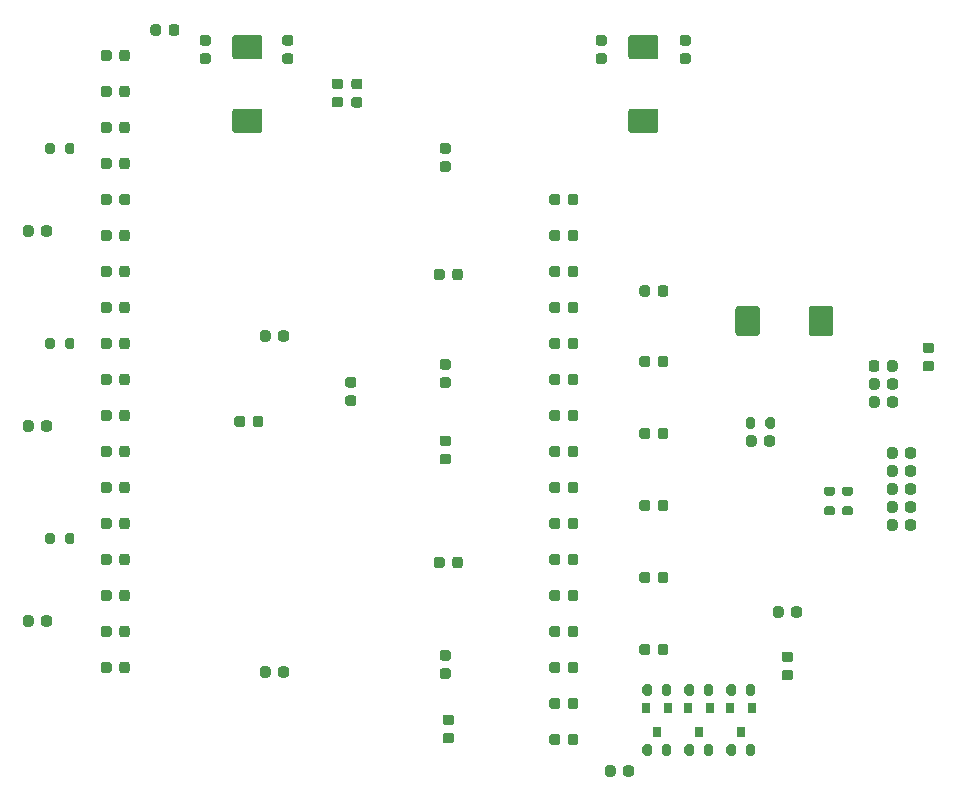
<source format=gbr>
%TF.GenerationSoftware,KiCad,Pcbnew,(5.1.10)-1*%
%TF.CreationDate,2023-08-16T19:47:32-05:00*%
%TF.ProjectId,brs_flight_computer,6272735f-666c-4696-9768-745f636f6d70,rev?*%
%TF.SameCoordinates,Original*%
%TF.FileFunction,Paste,Bot*%
%TF.FilePolarity,Positive*%
%FSLAX46Y46*%
G04 Gerber Fmt 4.6, Leading zero omitted, Abs format (unit mm)*
G04 Created by KiCad (PCBNEW (5.1.10)-1) date 2023-08-16 19:47:32*
%MOMM*%
%LPD*%
G01*
G04 APERTURE LIST*
%ADD10R,0.800000X0.900000*%
G04 APERTURE END LIST*
%TO.C,C29*%
G36*
G01*
X116403000Y-126742000D02*
X116403000Y-126242000D01*
G75*
G02*
X116628000Y-126017000I225000J0D01*
G01*
X117078000Y-126017000D01*
G75*
G02*
X117303000Y-126242000I0J-225000D01*
G01*
X117303000Y-126742000D01*
G75*
G02*
X117078000Y-126967000I-225000J0D01*
G01*
X116628000Y-126967000D01*
G75*
G02*
X116403000Y-126742000I0J225000D01*
G01*
G37*
G36*
G01*
X114853000Y-126742000D02*
X114853000Y-126242000D01*
G75*
G02*
X115078000Y-126017000I225000J0D01*
G01*
X115528000Y-126017000D01*
G75*
G02*
X115753000Y-126242000I0J-225000D01*
G01*
X115753000Y-126742000D01*
G75*
G02*
X115528000Y-126967000I-225000J0D01*
G01*
X115078000Y-126967000D01*
G75*
G02*
X114853000Y-126742000I0J225000D01*
G01*
G37*
%TD*%
%TO.C,C28*%
G36*
G01*
X116403000Y-93722000D02*
X116403000Y-93222000D01*
G75*
G02*
X116628000Y-92997000I225000J0D01*
G01*
X117078000Y-92997000D01*
G75*
G02*
X117303000Y-93222000I0J-225000D01*
G01*
X117303000Y-93722000D01*
G75*
G02*
X117078000Y-93947000I-225000J0D01*
G01*
X116628000Y-93947000D01*
G75*
G02*
X116403000Y-93722000I0J225000D01*
G01*
G37*
G36*
G01*
X114853000Y-93722000D02*
X114853000Y-93222000D01*
G75*
G02*
X115078000Y-92997000I225000J0D01*
G01*
X115528000Y-92997000D01*
G75*
G02*
X115753000Y-93222000I0J-225000D01*
G01*
X115753000Y-93722000D01*
G75*
G02*
X115528000Y-93947000I-225000J0D01*
G01*
X115078000Y-93947000D01*
G75*
G02*
X114853000Y-93722000I0J225000D01*
G01*
G37*
%TD*%
%TO.C,C17*%
G36*
G01*
X116403000Y-110232000D02*
X116403000Y-109732000D01*
G75*
G02*
X116628000Y-109507000I225000J0D01*
G01*
X117078000Y-109507000D01*
G75*
G02*
X117303000Y-109732000I0J-225000D01*
G01*
X117303000Y-110232000D01*
G75*
G02*
X117078000Y-110457000I-225000J0D01*
G01*
X116628000Y-110457000D01*
G75*
G02*
X116403000Y-110232000I0J225000D01*
G01*
G37*
G36*
G01*
X114853000Y-110232000D02*
X114853000Y-109732000D01*
G75*
G02*
X115078000Y-109507000I225000J0D01*
G01*
X115528000Y-109507000D01*
G75*
G02*
X115753000Y-109732000I0J-225000D01*
G01*
X115753000Y-110232000D01*
G75*
G02*
X115528000Y-110457000I-225000J0D01*
G01*
X115078000Y-110457000D01*
G75*
G02*
X114853000Y-110232000I0J225000D01*
G01*
G37*
%TD*%
%TO.C,R80*%
G36*
G01*
X168954000Y-137689000D02*
X168954000Y-137139000D01*
G75*
G02*
X169154000Y-136939000I200000J0D01*
G01*
X169554000Y-136939000D01*
G75*
G02*
X169754000Y-137139000I0J-200000D01*
G01*
X169754000Y-137689000D01*
G75*
G02*
X169554000Y-137889000I-200000J0D01*
G01*
X169154000Y-137889000D01*
G75*
G02*
X168954000Y-137689000I0J200000D01*
G01*
G37*
G36*
G01*
X167304000Y-137689000D02*
X167304000Y-137139000D01*
G75*
G02*
X167504000Y-136939000I200000J0D01*
G01*
X167904000Y-136939000D01*
G75*
G02*
X168104000Y-137139000I0J-200000D01*
G01*
X168104000Y-137689000D01*
G75*
G02*
X167904000Y-137889000I-200000J0D01*
G01*
X167504000Y-137889000D01*
G75*
G02*
X167304000Y-137689000I0J200000D01*
G01*
G37*
%TD*%
%TO.C,R78*%
G36*
G01*
X168104000Y-132059000D02*
X168104000Y-132609000D01*
G75*
G02*
X167904000Y-132809000I-200000J0D01*
G01*
X167504000Y-132809000D01*
G75*
G02*
X167304000Y-132609000I0J200000D01*
G01*
X167304000Y-132059000D01*
G75*
G02*
X167504000Y-131859000I200000J0D01*
G01*
X167904000Y-131859000D01*
G75*
G02*
X168104000Y-132059000I0J-200000D01*
G01*
G37*
G36*
G01*
X169754000Y-132059000D02*
X169754000Y-132609000D01*
G75*
G02*
X169554000Y-132809000I-200000J0D01*
G01*
X169154000Y-132809000D01*
G75*
G02*
X168954000Y-132609000I0J200000D01*
G01*
X168954000Y-132059000D01*
G75*
G02*
X169154000Y-131859000I200000J0D01*
G01*
X169554000Y-131859000D01*
G75*
G02*
X169754000Y-132059000I0J-200000D01*
G01*
G37*
%TD*%
%TO.C,R77*%
G36*
G01*
X172510000Y-137689000D02*
X172510000Y-137139000D01*
G75*
G02*
X172710000Y-136939000I200000J0D01*
G01*
X173110000Y-136939000D01*
G75*
G02*
X173310000Y-137139000I0J-200000D01*
G01*
X173310000Y-137689000D01*
G75*
G02*
X173110000Y-137889000I-200000J0D01*
G01*
X172710000Y-137889000D01*
G75*
G02*
X172510000Y-137689000I0J200000D01*
G01*
G37*
G36*
G01*
X170860000Y-137689000D02*
X170860000Y-137139000D01*
G75*
G02*
X171060000Y-136939000I200000J0D01*
G01*
X171460000Y-136939000D01*
G75*
G02*
X171660000Y-137139000I0J-200000D01*
G01*
X171660000Y-137689000D01*
G75*
G02*
X171460000Y-137889000I-200000J0D01*
G01*
X171060000Y-137889000D01*
G75*
G02*
X170860000Y-137689000I0J200000D01*
G01*
G37*
%TD*%
%TO.C,R76*%
G36*
G01*
X171660000Y-132059000D02*
X171660000Y-132609000D01*
G75*
G02*
X171460000Y-132809000I-200000J0D01*
G01*
X171060000Y-132809000D01*
G75*
G02*
X170860000Y-132609000I0J200000D01*
G01*
X170860000Y-132059000D01*
G75*
G02*
X171060000Y-131859000I200000J0D01*
G01*
X171460000Y-131859000D01*
G75*
G02*
X171660000Y-132059000I0J-200000D01*
G01*
G37*
G36*
G01*
X173310000Y-132059000D02*
X173310000Y-132609000D01*
G75*
G02*
X173110000Y-132809000I-200000J0D01*
G01*
X172710000Y-132809000D01*
G75*
G02*
X172510000Y-132609000I0J200000D01*
G01*
X172510000Y-132059000D01*
G75*
G02*
X172710000Y-131859000I200000J0D01*
G01*
X173110000Y-131859000D01*
G75*
G02*
X173310000Y-132059000I0J-200000D01*
G01*
G37*
%TD*%
%TO.C,R75*%
G36*
G01*
X176066000Y-137689000D02*
X176066000Y-137139000D01*
G75*
G02*
X176266000Y-136939000I200000J0D01*
G01*
X176666000Y-136939000D01*
G75*
G02*
X176866000Y-137139000I0J-200000D01*
G01*
X176866000Y-137689000D01*
G75*
G02*
X176666000Y-137889000I-200000J0D01*
G01*
X176266000Y-137889000D01*
G75*
G02*
X176066000Y-137689000I0J200000D01*
G01*
G37*
G36*
G01*
X174416000Y-137689000D02*
X174416000Y-137139000D01*
G75*
G02*
X174616000Y-136939000I200000J0D01*
G01*
X175016000Y-136939000D01*
G75*
G02*
X175216000Y-137139000I0J-200000D01*
G01*
X175216000Y-137689000D01*
G75*
G02*
X175016000Y-137889000I-200000J0D01*
G01*
X174616000Y-137889000D01*
G75*
G02*
X174416000Y-137689000I0J200000D01*
G01*
G37*
%TD*%
%TO.C,R74*%
G36*
G01*
X175216000Y-132059000D02*
X175216000Y-132609000D01*
G75*
G02*
X175016000Y-132809000I-200000J0D01*
G01*
X174616000Y-132809000D01*
G75*
G02*
X174416000Y-132609000I0J200000D01*
G01*
X174416000Y-132059000D01*
G75*
G02*
X174616000Y-131859000I200000J0D01*
G01*
X175016000Y-131859000D01*
G75*
G02*
X175216000Y-132059000I0J-200000D01*
G01*
G37*
G36*
G01*
X176866000Y-132059000D02*
X176866000Y-132609000D01*
G75*
G02*
X176666000Y-132809000I-200000J0D01*
G01*
X176266000Y-132809000D01*
G75*
G02*
X176066000Y-132609000I0J200000D01*
G01*
X176066000Y-132059000D01*
G75*
G02*
X176266000Y-131859000I200000J0D01*
G01*
X176666000Y-131859000D01*
G75*
G02*
X176866000Y-132059000I0J-200000D01*
G01*
G37*
%TD*%
%TO.C,R73*%
G36*
G01*
X118408000Y-119782000D02*
X118408000Y-119232000D01*
G75*
G02*
X118608000Y-119032000I200000J0D01*
G01*
X119008000Y-119032000D01*
G75*
G02*
X119208000Y-119232000I0J-200000D01*
G01*
X119208000Y-119782000D01*
G75*
G02*
X119008000Y-119982000I-200000J0D01*
G01*
X118608000Y-119982000D01*
G75*
G02*
X118408000Y-119782000I0J200000D01*
G01*
G37*
G36*
G01*
X116758000Y-119782000D02*
X116758000Y-119232000D01*
G75*
G02*
X116958000Y-119032000I200000J0D01*
G01*
X117358000Y-119032000D01*
G75*
G02*
X117558000Y-119232000I0J-200000D01*
G01*
X117558000Y-119782000D01*
G75*
G02*
X117358000Y-119982000I-200000J0D01*
G01*
X116958000Y-119982000D01*
G75*
G02*
X116758000Y-119782000I0J200000D01*
G01*
G37*
%TD*%
%TO.C,R72*%
G36*
G01*
X118408000Y-103272000D02*
X118408000Y-102722000D01*
G75*
G02*
X118608000Y-102522000I200000J0D01*
G01*
X119008000Y-102522000D01*
G75*
G02*
X119208000Y-102722000I0J-200000D01*
G01*
X119208000Y-103272000D01*
G75*
G02*
X119008000Y-103472000I-200000J0D01*
G01*
X118608000Y-103472000D01*
G75*
G02*
X118408000Y-103272000I0J200000D01*
G01*
G37*
G36*
G01*
X116758000Y-103272000D02*
X116758000Y-102722000D01*
G75*
G02*
X116958000Y-102522000I200000J0D01*
G01*
X117358000Y-102522000D01*
G75*
G02*
X117558000Y-102722000I0J-200000D01*
G01*
X117558000Y-103272000D01*
G75*
G02*
X117358000Y-103472000I-200000J0D01*
G01*
X116958000Y-103472000D01*
G75*
G02*
X116758000Y-103272000I0J200000D01*
G01*
G37*
%TD*%
%TO.C,R71*%
G36*
G01*
X118408000Y-86762000D02*
X118408000Y-86212000D01*
G75*
G02*
X118608000Y-86012000I200000J0D01*
G01*
X119008000Y-86012000D01*
G75*
G02*
X119208000Y-86212000I0J-200000D01*
G01*
X119208000Y-86762000D01*
G75*
G02*
X119008000Y-86962000I-200000J0D01*
G01*
X118608000Y-86962000D01*
G75*
G02*
X118408000Y-86762000I0J200000D01*
G01*
G37*
G36*
G01*
X116758000Y-86762000D02*
X116758000Y-86212000D01*
G75*
G02*
X116958000Y-86012000I200000J0D01*
G01*
X117358000Y-86012000D01*
G75*
G02*
X117558000Y-86212000I0J-200000D01*
G01*
X117558000Y-86762000D01*
G75*
G02*
X117358000Y-86962000I-200000J0D01*
G01*
X116958000Y-86962000D01*
G75*
G02*
X116758000Y-86762000I0J200000D01*
G01*
G37*
%TD*%
%TO.C,R3*%
G36*
G01*
X176867000Y-109453000D02*
X176867000Y-110003000D01*
G75*
G02*
X176667000Y-110203000I-200000J0D01*
G01*
X176267000Y-110203000D01*
G75*
G02*
X176067000Y-110003000I0J200000D01*
G01*
X176067000Y-109453000D01*
G75*
G02*
X176267000Y-109253000I200000J0D01*
G01*
X176667000Y-109253000D01*
G75*
G02*
X176867000Y-109453000I0J-200000D01*
G01*
G37*
G36*
G01*
X178517000Y-109453000D02*
X178517000Y-110003000D01*
G75*
G02*
X178317000Y-110203000I-200000J0D01*
G01*
X177917000Y-110203000D01*
G75*
G02*
X177717000Y-110003000I0J200000D01*
G01*
X177717000Y-109453000D01*
G75*
G02*
X177917000Y-109253000I200000J0D01*
G01*
X178317000Y-109253000D01*
G75*
G02*
X178517000Y-109453000I0J-200000D01*
G01*
G37*
%TD*%
%TO.C,R2*%
G36*
G01*
X184383000Y-116757000D02*
X184933000Y-116757000D01*
G75*
G02*
X185133000Y-116957000I0J-200000D01*
G01*
X185133000Y-117357000D01*
G75*
G02*
X184933000Y-117557000I-200000J0D01*
G01*
X184383000Y-117557000D01*
G75*
G02*
X184183000Y-117357000I0J200000D01*
G01*
X184183000Y-116957000D01*
G75*
G02*
X184383000Y-116757000I200000J0D01*
G01*
G37*
G36*
G01*
X184383000Y-115107000D02*
X184933000Y-115107000D01*
G75*
G02*
X185133000Y-115307000I0J-200000D01*
G01*
X185133000Y-115707000D01*
G75*
G02*
X184933000Y-115907000I-200000J0D01*
G01*
X184383000Y-115907000D01*
G75*
G02*
X184183000Y-115707000I0J200000D01*
G01*
X184183000Y-115307000D01*
G75*
G02*
X184383000Y-115107000I200000J0D01*
G01*
G37*
%TD*%
%TO.C,R1*%
G36*
G01*
X182859000Y-116757000D02*
X183409000Y-116757000D01*
G75*
G02*
X183609000Y-116957000I0J-200000D01*
G01*
X183609000Y-117357000D01*
G75*
G02*
X183409000Y-117557000I-200000J0D01*
G01*
X182859000Y-117557000D01*
G75*
G02*
X182659000Y-117357000I0J200000D01*
G01*
X182659000Y-116957000D01*
G75*
G02*
X182859000Y-116757000I200000J0D01*
G01*
G37*
G36*
G01*
X182859000Y-115107000D02*
X183409000Y-115107000D01*
G75*
G02*
X183609000Y-115307000I0J-200000D01*
G01*
X183609000Y-115707000D01*
G75*
G02*
X183409000Y-115907000I-200000J0D01*
G01*
X182859000Y-115907000D01*
G75*
G02*
X182659000Y-115707000I0J200000D01*
G01*
X182659000Y-115307000D01*
G75*
G02*
X182859000Y-115107000I200000J0D01*
G01*
G37*
%TD*%
D10*
%TO.C,Q3*%
X168529000Y-135890000D03*
X169479000Y-133890000D03*
X167579000Y-133890000D03*
%TD*%
%TO.C,Q2*%
X172085000Y-135890000D03*
X173035000Y-133890000D03*
X171135000Y-133890000D03*
%TD*%
%TO.C,Q1*%
X175641000Y-135890000D03*
X176591000Y-133890000D03*
X174691000Y-133890000D03*
%TD*%
%TO.C,C110*%
G36*
G01*
X163580000Y-78430000D02*
X164080000Y-78430000D01*
G75*
G02*
X164305000Y-78655000I0J-225000D01*
G01*
X164305000Y-79105000D01*
G75*
G02*
X164080000Y-79330000I-225000J0D01*
G01*
X163580000Y-79330000D01*
G75*
G02*
X163355000Y-79105000I0J225000D01*
G01*
X163355000Y-78655000D01*
G75*
G02*
X163580000Y-78430000I225000J0D01*
G01*
G37*
G36*
G01*
X163580000Y-76880000D02*
X164080000Y-76880000D01*
G75*
G02*
X164305000Y-77105000I0J-225000D01*
G01*
X164305000Y-77555000D01*
G75*
G02*
X164080000Y-77780000I-225000J0D01*
G01*
X163580000Y-77780000D01*
G75*
G02*
X163355000Y-77555000I0J225000D01*
G01*
X163355000Y-77105000D01*
G75*
G02*
X163580000Y-76880000I225000J0D01*
G01*
G37*
%TD*%
%TO.C,C109*%
G36*
G01*
X170692000Y-78430000D02*
X171192000Y-78430000D01*
G75*
G02*
X171417000Y-78655000I0J-225000D01*
G01*
X171417000Y-79105000D01*
G75*
G02*
X171192000Y-79330000I-225000J0D01*
G01*
X170692000Y-79330000D01*
G75*
G02*
X170467000Y-79105000I0J225000D01*
G01*
X170467000Y-78655000D01*
G75*
G02*
X170692000Y-78430000I225000J0D01*
G01*
G37*
G36*
G01*
X170692000Y-76880000D02*
X171192000Y-76880000D01*
G75*
G02*
X171417000Y-77105000I0J-225000D01*
G01*
X171417000Y-77555000D01*
G75*
G02*
X171192000Y-77780000I-225000J0D01*
G01*
X170692000Y-77780000D01*
G75*
G02*
X170467000Y-77555000I0J225000D01*
G01*
X170467000Y-77105000D01*
G75*
G02*
X170692000Y-76880000I225000J0D01*
G01*
G37*
%TD*%
%TO.C,C108*%
G36*
G01*
X166361000Y-83101000D02*
X168411000Y-83101000D01*
G75*
G02*
X168661000Y-83351000I0J-250000D01*
G01*
X168661000Y-84926000D01*
G75*
G02*
X168411000Y-85176000I-250000J0D01*
G01*
X166361000Y-85176000D01*
G75*
G02*
X166111000Y-84926000I0J250000D01*
G01*
X166111000Y-83351000D01*
G75*
G02*
X166361000Y-83101000I250000J0D01*
G01*
G37*
G36*
G01*
X166361000Y-76876000D02*
X168411000Y-76876000D01*
G75*
G02*
X168661000Y-77126000I0J-250000D01*
G01*
X168661000Y-78701000D01*
G75*
G02*
X168411000Y-78951000I-250000J0D01*
G01*
X166361000Y-78951000D01*
G75*
G02*
X166111000Y-78701000I0J250000D01*
G01*
X166111000Y-77126000D01*
G75*
G02*
X166361000Y-76876000I250000J0D01*
G01*
G37*
%TD*%
%TO.C,C107*%
G36*
G01*
X130052000Y-78430000D02*
X130552000Y-78430000D01*
G75*
G02*
X130777000Y-78655000I0J-225000D01*
G01*
X130777000Y-79105000D01*
G75*
G02*
X130552000Y-79330000I-225000J0D01*
G01*
X130052000Y-79330000D01*
G75*
G02*
X129827000Y-79105000I0J225000D01*
G01*
X129827000Y-78655000D01*
G75*
G02*
X130052000Y-78430000I225000J0D01*
G01*
G37*
G36*
G01*
X130052000Y-76880000D02*
X130552000Y-76880000D01*
G75*
G02*
X130777000Y-77105000I0J-225000D01*
G01*
X130777000Y-77555000D01*
G75*
G02*
X130552000Y-77780000I-225000J0D01*
G01*
X130052000Y-77780000D01*
G75*
G02*
X129827000Y-77555000I0J225000D01*
G01*
X129827000Y-77105000D01*
G75*
G02*
X130052000Y-76880000I225000J0D01*
G01*
G37*
%TD*%
%TO.C,C106*%
G36*
G01*
X137037000Y-78430000D02*
X137537000Y-78430000D01*
G75*
G02*
X137762000Y-78655000I0J-225000D01*
G01*
X137762000Y-79105000D01*
G75*
G02*
X137537000Y-79330000I-225000J0D01*
G01*
X137037000Y-79330000D01*
G75*
G02*
X136812000Y-79105000I0J225000D01*
G01*
X136812000Y-78655000D01*
G75*
G02*
X137037000Y-78430000I225000J0D01*
G01*
G37*
G36*
G01*
X137037000Y-76880000D02*
X137537000Y-76880000D01*
G75*
G02*
X137762000Y-77105000I0J-225000D01*
G01*
X137762000Y-77555000D01*
G75*
G02*
X137537000Y-77780000I-225000J0D01*
G01*
X137037000Y-77780000D01*
G75*
G02*
X136812000Y-77555000I0J225000D01*
G01*
X136812000Y-77105000D01*
G75*
G02*
X137037000Y-76880000I225000J0D01*
G01*
G37*
%TD*%
%TO.C,C105*%
G36*
G01*
X132833000Y-83101000D02*
X134883000Y-83101000D01*
G75*
G02*
X135133000Y-83351000I0J-250000D01*
G01*
X135133000Y-84926000D01*
G75*
G02*
X134883000Y-85176000I-250000J0D01*
G01*
X132833000Y-85176000D01*
G75*
G02*
X132583000Y-84926000I0J250000D01*
G01*
X132583000Y-83351000D01*
G75*
G02*
X132833000Y-83101000I250000J0D01*
G01*
G37*
G36*
G01*
X132833000Y-76876000D02*
X134883000Y-76876000D01*
G75*
G02*
X135133000Y-77126000I0J-250000D01*
G01*
X135133000Y-78701000D01*
G75*
G02*
X134883000Y-78951000I-250000J0D01*
G01*
X132833000Y-78951000D01*
G75*
G02*
X132583000Y-78701000I0J250000D01*
G01*
X132583000Y-77126000D01*
G75*
G02*
X132833000Y-76876000I250000J0D01*
G01*
G37*
%TD*%
%TO.C,C104*%
G36*
G01*
X165679000Y-139442000D02*
X165679000Y-138942000D01*
G75*
G02*
X165904000Y-138717000I225000J0D01*
G01*
X166354000Y-138717000D01*
G75*
G02*
X166579000Y-138942000I0J-225000D01*
G01*
X166579000Y-139442000D01*
G75*
G02*
X166354000Y-139667000I-225000J0D01*
G01*
X165904000Y-139667000D01*
G75*
G02*
X165679000Y-139442000I0J225000D01*
G01*
G37*
G36*
G01*
X164129000Y-139442000D02*
X164129000Y-138942000D01*
G75*
G02*
X164354000Y-138717000I225000J0D01*
G01*
X164804000Y-138717000D01*
G75*
G02*
X165029000Y-138942000I0J-225000D01*
G01*
X165029000Y-139442000D01*
G75*
G02*
X164804000Y-139667000I-225000J0D01*
G01*
X164354000Y-139667000D01*
G75*
G02*
X164129000Y-139442000I0J225000D01*
G01*
G37*
%TD*%
%TO.C,C101*%
G36*
G01*
X142879000Y-82126000D02*
X143379000Y-82126000D01*
G75*
G02*
X143604000Y-82351000I0J-225000D01*
G01*
X143604000Y-82801000D01*
G75*
G02*
X143379000Y-83026000I-225000J0D01*
G01*
X142879000Y-83026000D01*
G75*
G02*
X142654000Y-82801000I0J225000D01*
G01*
X142654000Y-82351000D01*
G75*
G02*
X142879000Y-82126000I225000J0D01*
G01*
G37*
G36*
G01*
X142879000Y-80576000D02*
X143379000Y-80576000D01*
G75*
G02*
X143604000Y-80801000I0J-225000D01*
G01*
X143604000Y-81251000D01*
G75*
G02*
X143379000Y-81476000I-225000J0D01*
G01*
X142879000Y-81476000D01*
G75*
G02*
X142654000Y-81251000I0J225000D01*
G01*
X142654000Y-80801000D01*
G75*
G02*
X142879000Y-80576000I225000J0D01*
G01*
G37*
%TD*%
%TO.C,C100*%
G36*
G01*
X141228000Y-82113000D02*
X141728000Y-82113000D01*
G75*
G02*
X141953000Y-82338000I0J-225000D01*
G01*
X141953000Y-82788000D01*
G75*
G02*
X141728000Y-83013000I-225000J0D01*
G01*
X141228000Y-83013000D01*
G75*
G02*
X141003000Y-82788000I0J225000D01*
G01*
X141003000Y-82338000D01*
G75*
G02*
X141228000Y-82113000I225000J0D01*
G01*
G37*
G36*
G01*
X141228000Y-80563000D02*
X141728000Y-80563000D01*
G75*
G02*
X141953000Y-80788000I0J-225000D01*
G01*
X141953000Y-81238000D01*
G75*
G02*
X141728000Y-81463000I-225000J0D01*
G01*
X141228000Y-81463000D01*
G75*
G02*
X141003000Y-81238000I0J225000D01*
G01*
X141003000Y-80788000D01*
G75*
G02*
X141228000Y-80563000I225000J0D01*
G01*
G37*
%TD*%
%TO.C,C99*%
G36*
G01*
X134310000Y-109851000D02*
X134310000Y-109351000D01*
G75*
G02*
X134535000Y-109126000I225000J0D01*
G01*
X134985000Y-109126000D01*
G75*
G02*
X135210000Y-109351000I0J-225000D01*
G01*
X135210000Y-109851000D01*
G75*
G02*
X134985000Y-110076000I-225000J0D01*
G01*
X134535000Y-110076000D01*
G75*
G02*
X134310000Y-109851000I0J225000D01*
G01*
G37*
G36*
G01*
X132760000Y-109851000D02*
X132760000Y-109351000D01*
G75*
G02*
X132985000Y-109126000I225000J0D01*
G01*
X133435000Y-109126000D01*
G75*
G02*
X133660000Y-109351000I0J-225000D01*
G01*
X133660000Y-109851000D01*
G75*
G02*
X133435000Y-110076000I-225000J0D01*
G01*
X132985000Y-110076000D01*
G75*
G02*
X132760000Y-109851000I0J225000D01*
G01*
G37*
%TD*%
%TO.C,C97*%
G36*
G01*
X122357000Y-108843000D02*
X122357000Y-109343000D01*
G75*
G02*
X122132000Y-109568000I-225000J0D01*
G01*
X121682000Y-109568000D01*
G75*
G02*
X121457000Y-109343000I0J225000D01*
G01*
X121457000Y-108843000D01*
G75*
G02*
X121682000Y-108618000I225000J0D01*
G01*
X122132000Y-108618000D01*
G75*
G02*
X122357000Y-108843000I0J-225000D01*
G01*
G37*
G36*
G01*
X123907000Y-108843000D02*
X123907000Y-109343000D01*
G75*
G02*
X123682000Y-109568000I-225000J0D01*
G01*
X123232000Y-109568000D01*
G75*
G02*
X123007000Y-109343000I0J225000D01*
G01*
X123007000Y-108843000D01*
G75*
G02*
X123232000Y-108618000I225000J0D01*
G01*
X123682000Y-108618000D01*
G75*
G02*
X123907000Y-108843000I0J-225000D01*
G01*
G37*
%TD*%
%TO.C,C96*%
G36*
G01*
X122357000Y-93603000D02*
X122357000Y-94103000D01*
G75*
G02*
X122132000Y-94328000I-225000J0D01*
G01*
X121682000Y-94328000D01*
G75*
G02*
X121457000Y-94103000I0J225000D01*
G01*
X121457000Y-93603000D01*
G75*
G02*
X121682000Y-93378000I225000J0D01*
G01*
X122132000Y-93378000D01*
G75*
G02*
X122357000Y-93603000I0J-225000D01*
G01*
G37*
G36*
G01*
X123907000Y-93603000D02*
X123907000Y-94103000D01*
G75*
G02*
X123682000Y-94328000I-225000J0D01*
G01*
X123232000Y-94328000D01*
G75*
G02*
X123007000Y-94103000I0J225000D01*
G01*
X123007000Y-93603000D01*
G75*
G02*
X123232000Y-93378000I225000J0D01*
G01*
X123682000Y-93378000D01*
G75*
G02*
X123907000Y-93603000I0J-225000D01*
G01*
G37*
%TD*%
%TO.C,C93*%
G36*
G01*
X122357000Y-130179000D02*
X122357000Y-130679000D01*
G75*
G02*
X122132000Y-130904000I-225000J0D01*
G01*
X121682000Y-130904000D01*
G75*
G02*
X121457000Y-130679000I0J225000D01*
G01*
X121457000Y-130179000D01*
G75*
G02*
X121682000Y-129954000I225000J0D01*
G01*
X122132000Y-129954000D01*
G75*
G02*
X122357000Y-130179000I0J-225000D01*
G01*
G37*
G36*
G01*
X123907000Y-130179000D02*
X123907000Y-130679000D01*
G75*
G02*
X123682000Y-130904000I-225000J0D01*
G01*
X123232000Y-130904000D01*
G75*
G02*
X123007000Y-130679000I0J225000D01*
G01*
X123007000Y-130179000D01*
G75*
G02*
X123232000Y-129954000I225000J0D01*
G01*
X123682000Y-129954000D01*
G75*
G02*
X123907000Y-130179000I0J-225000D01*
G01*
G37*
%TD*%
%TO.C,C92*%
G36*
G01*
X122370000Y-90555000D02*
X122370000Y-91055000D01*
G75*
G02*
X122145000Y-91280000I-225000J0D01*
G01*
X121695000Y-91280000D01*
G75*
G02*
X121470000Y-91055000I0J225000D01*
G01*
X121470000Y-90555000D01*
G75*
G02*
X121695000Y-90330000I225000J0D01*
G01*
X122145000Y-90330000D01*
G75*
G02*
X122370000Y-90555000I0J-225000D01*
G01*
G37*
G36*
G01*
X123920000Y-90555000D02*
X123920000Y-91055000D01*
G75*
G02*
X123695000Y-91280000I-225000J0D01*
G01*
X123245000Y-91280000D01*
G75*
G02*
X123020000Y-91055000I0J225000D01*
G01*
X123020000Y-90555000D01*
G75*
G02*
X123245000Y-90330000I225000J0D01*
G01*
X123695000Y-90330000D01*
G75*
G02*
X123920000Y-90555000I0J-225000D01*
G01*
G37*
%TD*%
%TO.C,C91*%
G36*
G01*
X142371000Y-107386000D02*
X142871000Y-107386000D01*
G75*
G02*
X143096000Y-107611000I0J-225000D01*
G01*
X143096000Y-108061000D01*
G75*
G02*
X142871000Y-108286000I-225000J0D01*
G01*
X142371000Y-108286000D01*
G75*
G02*
X142146000Y-108061000I0J225000D01*
G01*
X142146000Y-107611000D01*
G75*
G02*
X142371000Y-107386000I225000J0D01*
G01*
G37*
G36*
G01*
X142371000Y-105836000D02*
X142871000Y-105836000D01*
G75*
G02*
X143096000Y-106061000I0J-225000D01*
G01*
X143096000Y-106511000D01*
G75*
G02*
X142871000Y-106736000I-225000J0D01*
G01*
X142371000Y-106736000D01*
G75*
G02*
X142146000Y-106511000I0J225000D01*
G01*
X142146000Y-106061000D01*
G75*
G02*
X142371000Y-105836000I225000J0D01*
G01*
G37*
%TD*%
%TO.C,C90*%
G36*
G01*
X122357000Y-121035000D02*
X122357000Y-121535000D01*
G75*
G02*
X122132000Y-121760000I-225000J0D01*
G01*
X121682000Y-121760000D01*
G75*
G02*
X121457000Y-121535000I0J225000D01*
G01*
X121457000Y-121035000D01*
G75*
G02*
X121682000Y-120810000I225000J0D01*
G01*
X122132000Y-120810000D01*
G75*
G02*
X122357000Y-121035000I0J-225000D01*
G01*
G37*
G36*
G01*
X123907000Y-121035000D02*
X123907000Y-121535000D01*
G75*
G02*
X123682000Y-121760000I-225000J0D01*
G01*
X123232000Y-121760000D01*
G75*
G02*
X123007000Y-121535000I0J225000D01*
G01*
X123007000Y-121035000D01*
G75*
G02*
X123232000Y-120810000I225000J0D01*
G01*
X123682000Y-120810000D01*
G75*
G02*
X123907000Y-121035000I0J-225000D01*
G01*
G37*
%TD*%
%TO.C,C89*%
G36*
G01*
X122357000Y-105795000D02*
X122357000Y-106295000D01*
G75*
G02*
X122132000Y-106520000I-225000J0D01*
G01*
X121682000Y-106520000D01*
G75*
G02*
X121457000Y-106295000I0J225000D01*
G01*
X121457000Y-105795000D01*
G75*
G02*
X121682000Y-105570000I225000J0D01*
G01*
X122132000Y-105570000D01*
G75*
G02*
X122357000Y-105795000I0J-225000D01*
G01*
G37*
G36*
G01*
X123907000Y-105795000D02*
X123907000Y-106295000D01*
G75*
G02*
X123682000Y-106520000I-225000J0D01*
G01*
X123232000Y-106520000D01*
G75*
G02*
X123007000Y-106295000I0J225000D01*
G01*
X123007000Y-105795000D01*
G75*
G02*
X123232000Y-105570000I225000J0D01*
G01*
X123682000Y-105570000D01*
G75*
G02*
X123907000Y-105795000I0J-225000D01*
G01*
G37*
%TD*%
%TO.C,C88*%
G36*
G01*
X122357000Y-87507000D02*
X122357000Y-88007000D01*
G75*
G02*
X122132000Y-88232000I-225000J0D01*
G01*
X121682000Y-88232000D01*
G75*
G02*
X121457000Y-88007000I0J225000D01*
G01*
X121457000Y-87507000D01*
G75*
G02*
X121682000Y-87282000I225000J0D01*
G01*
X122132000Y-87282000D01*
G75*
G02*
X122357000Y-87507000I0J-225000D01*
G01*
G37*
G36*
G01*
X123907000Y-87507000D02*
X123907000Y-88007000D01*
G75*
G02*
X123682000Y-88232000I-225000J0D01*
G01*
X123232000Y-88232000D01*
G75*
G02*
X123007000Y-88007000I0J225000D01*
G01*
X123007000Y-87507000D01*
G75*
G02*
X123232000Y-87282000I225000J0D01*
G01*
X123682000Y-87282000D01*
G75*
G02*
X123907000Y-87507000I0J-225000D01*
G01*
G37*
%TD*%
%TO.C,C86*%
G36*
G01*
X122357000Y-117987000D02*
X122357000Y-118487000D01*
G75*
G02*
X122132000Y-118712000I-225000J0D01*
G01*
X121682000Y-118712000D01*
G75*
G02*
X121457000Y-118487000I0J225000D01*
G01*
X121457000Y-117987000D01*
G75*
G02*
X121682000Y-117762000I225000J0D01*
G01*
X122132000Y-117762000D01*
G75*
G02*
X122357000Y-117987000I0J-225000D01*
G01*
G37*
G36*
G01*
X123907000Y-117987000D02*
X123907000Y-118487000D01*
G75*
G02*
X123682000Y-118712000I-225000J0D01*
G01*
X123232000Y-118712000D01*
G75*
G02*
X123007000Y-118487000I0J225000D01*
G01*
X123007000Y-117987000D01*
G75*
G02*
X123232000Y-117762000I225000J0D01*
G01*
X123682000Y-117762000D01*
G75*
G02*
X123907000Y-117987000I0J-225000D01*
G01*
G37*
%TD*%
%TO.C,C85*%
G36*
G01*
X122357000Y-102747000D02*
X122357000Y-103247000D01*
G75*
G02*
X122132000Y-103472000I-225000J0D01*
G01*
X121682000Y-103472000D01*
G75*
G02*
X121457000Y-103247000I0J225000D01*
G01*
X121457000Y-102747000D01*
G75*
G02*
X121682000Y-102522000I225000J0D01*
G01*
X122132000Y-102522000D01*
G75*
G02*
X122357000Y-102747000I0J-225000D01*
G01*
G37*
G36*
G01*
X123907000Y-102747000D02*
X123907000Y-103247000D01*
G75*
G02*
X123682000Y-103472000I-225000J0D01*
G01*
X123232000Y-103472000D01*
G75*
G02*
X123007000Y-103247000I0J225000D01*
G01*
X123007000Y-102747000D01*
G75*
G02*
X123232000Y-102522000I225000J0D01*
G01*
X123682000Y-102522000D01*
G75*
G02*
X123907000Y-102747000I0J-225000D01*
G01*
G37*
%TD*%
%TO.C,C84*%
G36*
G01*
X122357000Y-84459000D02*
X122357000Y-84959000D01*
G75*
G02*
X122132000Y-85184000I-225000J0D01*
G01*
X121682000Y-85184000D01*
G75*
G02*
X121457000Y-84959000I0J225000D01*
G01*
X121457000Y-84459000D01*
G75*
G02*
X121682000Y-84234000I225000J0D01*
G01*
X122132000Y-84234000D01*
G75*
G02*
X122357000Y-84459000I0J-225000D01*
G01*
G37*
G36*
G01*
X123907000Y-84459000D02*
X123907000Y-84959000D01*
G75*
G02*
X123682000Y-85184000I-225000J0D01*
G01*
X123232000Y-85184000D01*
G75*
G02*
X123007000Y-84959000I0J225000D01*
G01*
X123007000Y-84459000D01*
G75*
G02*
X123232000Y-84234000I225000J0D01*
G01*
X123682000Y-84234000D01*
G75*
G02*
X123907000Y-84459000I0J-225000D01*
G01*
G37*
%TD*%
%TO.C,C83*%
G36*
G01*
X136469000Y-131060000D02*
X136469000Y-130560000D01*
G75*
G02*
X136694000Y-130335000I225000J0D01*
G01*
X137144000Y-130335000D01*
G75*
G02*
X137369000Y-130560000I0J-225000D01*
G01*
X137369000Y-131060000D01*
G75*
G02*
X137144000Y-131285000I-225000J0D01*
G01*
X136694000Y-131285000D01*
G75*
G02*
X136469000Y-131060000I0J225000D01*
G01*
G37*
G36*
G01*
X134919000Y-131060000D02*
X134919000Y-130560000D01*
G75*
G02*
X135144000Y-130335000I225000J0D01*
G01*
X135594000Y-130335000D01*
G75*
G02*
X135819000Y-130560000I0J-225000D01*
G01*
X135819000Y-131060000D01*
G75*
G02*
X135594000Y-131285000I-225000J0D01*
G01*
X135144000Y-131285000D01*
G75*
G02*
X134919000Y-131060000I0J225000D01*
G01*
G37*
%TD*%
%TO.C,C82*%
G36*
G01*
X122357000Y-127131000D02*
X122357000Y-127631000D01*
G75*
G02*
X122132000Y-127856000I-225000J0D01*
G01*
X121682000Y-127856000D01*
G75*
G02*
X121457000Y-127631000I0J225000D01*
G01*
X121457000Y-127131000D01*
G75*
G02*
X121682000Y-126906000I225000J0D01*
G01*
X122132000Y-126906000D01*
G75*
G02*
X122357000Y-127131000I0J-225000D01*
G01*
G37*
G36*
G01*
X123907000Y-127131000D02*
X123907000Y-127631000D01*
G75*
G02*
X123682000Y-127856000I-225000J0D01*
G01*
X123232000Y-127856000D01*
G75*
G02*
X123007000Y-127631000I0J225000D01*
G01*
X123007000Y-127131000D01*
G75*
G02*
X123232000Y-126906000I225000J0D01*
G01*
X123682000Y-126906000D01*
G75*
G02*
X123907000Y-127131000I0J-225000D01*
G01*
G37*
%TD*%
%TO.C,C81*%
G36*
G01*
X122357000Y-114939000D02*
X122357000Y-115439000D01*
G75*
G02*
X122132000Y-115664000I-225000J0D01*
G01*
X121682000Y-115664000D01*
G75*
G02*
X121457000Y-115439000I0J225000D01*
G01*
X121457000Y-114939000D01*
G75*
G02*
X121682000Y-114714000I225000J0D01*
G01*
X122132000Y-114714000D01*
G75*
G02*
X122357000Y-114939000I0J-225000D01*
G01*
G37*
G36*
G01*
X123907000Y-114939000D02*
X123907000Y-115439000D01*
G75*
G02*
X123682000Y-115664000I-225000J0D01*
G01*
X123232000Y-115664000D01*
G75*
G02*
X123007000Y-115439000I0J225000D01*
G01*
X123007000Y-114939000D01*
G75*
G02*
X123232000Y-114714000I225000J0D01*
G01*
X123682000Y-114714000D01*
G75*
G02*
X123907000Y-114939000I0J-225000D01*
G01*
G37*
%TD*%
%TO.C,C80*%
G36*
G01*
X122357000Y-99699000D02*
X122357000Y-100199000D01*
G75*
G02*
X122132000Y-100424000I-225000J0D01*
G01*
X121682000Y-100424000D01*
G75*
G02*
X121457000Y-100199000I0J225000D01*
G01*
X121457000Y-99699000D01*
G75*
G02*
X121682000Y-99474000I225000J0D01*
G01*
X122132000Y-99474000D01*
G75*
G02*
X122357000Y-99699000I0J-225000D01*
G01*
G37*
G36*
G01*
X123907000Y-99699000D02*
X123907000Y-100199000D01*
G75*
G02*
X123682000Y-100424000I-225000J0D01*
G01*
X123232000Y-100424000D01*
G75*
G02*
X123007000Y-100199000I0J225000D01*
G01*
X123007000Y-99699000D01*
G75*
G02*
X123232000Y-99474000I225000J0D01*
G01*
X123682000Y-99474000D01*
G75*
G02*
X123907000Y-99699000I0J-225000D01*
G01*
G37*
%TD*%
%TO.C,C79*%
G36*
G01*
X122357000Y-81411000D02*
X122357000Y-81911000D01*
G75*
G02*
X122132000Y-82136000I-225000J0D01*
G01*
X121682000Y-82136000D01*
G75*
G02*
X121457000Y-81911000I0J225000D01*
G01*
X121457000Y-81411000D01*
G75*
G02*
X121682000Y-81186000I225000J0D01*
G01*
X122132000Y-81186000D01*
G75*
G02*
X122357000Y-81411000I0J-225000D01*
G01*
G37*
G36*
G01*
X123907000Y-81411000D02*
X123907000Y-81911000D01*
G75*
G02*
X123682000Y-82136000I-225000J0D01*
G01*
X123232000Y-82136000D01*
G75*
G02*
X123007000Y-81911000I0J225000D01*
G01*
X123007000Y-81411000D01*
G75*
G02*
X123232000Y-81186000I225000J0D01*
G01*
X123682000Y-81186000D01*
G75*
G02*
X123907000Y-81411000I0J-225000D01*
G01*
G37*
%TD*%
%TO.C,C78*%
G36*
G01*
X136469000Y-102612000D02*
X136469000Y-102112000D01*
G75*
G02*
X136694000Y-101887000I225000J0D01*
G01*
X137144000Y-101887000D01*
G75*
G02*
X137369000Y-102112000I0J-225000D01*
G01*
X137369000Y-102612000D01*
G75*
G02*
X137144000Y-102837000I-225000J0D01*
G01*
X136694000Y-102837000D01*
G75*
G02*
X136469000Y-102612000I0J225000D01*
G01*
G37*
G36*
G01*
X134919000Y-102612000D02*
X134919000Y-102112000D01*
G75*
G02*
X135144000Y-101887000I225000J0D01*
G01*
X135594000Y-101887000D01*
G75*
G02*
X135819000Y-102112000I0J-225000D01*
G01*
X135819000Y-102612000D01*
G75*
G02*
X135594000Y-102837000I-225000J0D01*
G01*
X135144000Y-102837000D01*
G75*
G02*
X134919000Y-102612000I0J225000D01*
G01*
G37*
%TD*%
%TO.C,C77*%
G36*
G01*
X122357000Y-124083000D02*
X122357000Y-124583000D01*
G75*
G02*
X122132000Y-124808000I-225000J0D01*
G01*
X121682000Y-124808000D01*
G75*
G02*
X121457000Y-124583000I0J225000D01*
G01*
X121457000Y-124083000D01*
G75*
G02*
X121682000Y-123858000I225000J0D01*
G01*
X122132000Y-123858000D01*
G75*
G02*
X122357000Y-124083000I0J-225000D01*
G01*
G37*
G36*
G01*
X123907000Y-124083000D02*
X123907000Y-124583000D01*
G75*
G02*
X123682000Y-124808000I-225000J0D01*
G01*
X123232000Y-124808000D01*
G75*
G02*
X123007000Y-124583000I0J225000D01*
G01*
X123007000Y-124083000D01*
G75*
G02*
X123232000Y-123858000I225000J0D01*
G01*
X123682000Y-123858000D01*
G75*
G02*
X123907000Y-124083000I0J-225000D01*
G01*
G37*
%TD*%
%TO.C,C76*%
G36*
G01*
X122357000Y-111891000D02*
X122357000Y-112391000D01*
G75*
G02*
X122132000Y-112616000I-225000J0D01*
G01*
X121682000Y-112616000D01*
G75*
G02*
X121457000Y-112391000I0J225000D01*
G01*
X121457000Y-111891000D01*
G75*
G02*
X121682000Y-111666000I225000J0D01*
G01*
X122132000Y-111666000D01*
G75*
G02*
X122357000Y-111891000I0J-225000D01*
G01*
G37*
G36*
G01*
X123907000Y-111891000D02*
X123907000Y-112391000D01*
G75*
G02*
X123682000Y-112616000I-225000J0D01*
G01*
X123232000Y-112616000D01*
G75*
G02*
X123007000Y-112391000I0J225000D01*
G01*
X123007000Y-111891000D01*
G75*
G02*
X123232000Y-111666000I225000J0D01*
G01*
X123682000Y-111666000D01*
G75*
G02*
X123907000Y-111891000I0J-225000D01*
G01*
G37*
%TD*%
%TO.C,C75*%
G36*
G01*
X122357000Y-96651000D02*
X122357000Y-97151000D01*
G75*
G02*
X122132000Y-97376000I-225000J0D01*
G01*
X121682000Y-97376000D01*
G75*
G02*
X121457000Y-97151000I0J225000D01*
G01*
X121457000Y-96651000D01*
G75*
G02*
X121682000Y-96426000I225000J0D01*
G01*
X122132000Y-96426000D01*
G75*
G02*
X122357000Y-96651000I0J-225000D01*
G01*
G37*
G36*
G01*
X123907000Y-96651000D02*
X123907000Y-97151000D01*
G75*
G02*
X123682000Y-97376000I-225000J0D01*
G01*
X123232000Y-97376000D01*
G75*
G02*
X123007000Y-97151000I0J225000D01*
G01*
X123007000Y-96651000D01*
G75*
G02*
X123232000Y-96426000I225000J0D01*
G01*
X123682000Y-96426000D01*
G75*
G02*
X123907000Y-96651000I0J-225000D01*
G01*
G37*
%TD*%
%TO.C,C74*%
G36*
G01*
X122357000Y-78363000D02*
X122357000Y-78863000D01*
G75*
G02*
X122132000Y-79088000I-225000J0D01*
G01*
X121682000Y-79088000D01*
G75*
G02*
X121457000Y-78863000I0J225000D01*
G01*
X121457000Y-78363000D01*
G75*
G02*
X121682000Y-78138000I225000J0D01*
G01*
X122132000Y-78138000D01*
G75*
G02*
X122357000Y-78363000I0J-225000D01*
G01*
G37*
G36*
G01*
X123907000Y-78363000D02*
X123907000Y-78863000D01*
G75*
G02*
X123682000Y-79088000I-225000J0D01*
G01*
X123232000Y-79088000D01*
G75*
G02*
X123007000Y-78863000I0J225000D01*
G01*
X123007000Y-78363000D01*
G75*
G02*
X123232000Y-78138000I225000J0D01*
G01*
X123682000Y-78138000D01*
G75*
G02*
X123907000Y-78363000I0J-225000D01*
G01*
G37*
%TD*%
%TO.C,C71*%
G36*
G01*
X168600000Y-123059000D02*
X168600000Y-122559000D01*
G75*
G02*
X168825000Y-122334000I225000J0D01*
G01*
X169275000Y-122334000D01*
G75*
G02*
X169500000Y-122559000I0J-225000D01*
G01*
X169500000Y-123059000D01*
G75*
G02*
X169275000Y-123284000I-225000J0D01*
G01*
X168825000Y-123284000D01*
G75*
G02*
X168600000Y-123059000I0J225000D01*
G01*
G37*
G36*
G01*
X167050000Y-123059000D02*
X167050000Y-122559000D01*
G75*
G02*
X167275000Y-122334000I225000J0D01*
G01*
X167725000Y-122334000D01*
G75*
G02*
X167950000Y-122559000I0J-225000D01*
G01*
X167950000Y-123059000D01*
G75*
G02*
X167725000Y-123284000I-225000J0D01*
G01*
X167275000Y-123284000D01*
G75*
G02*
X167050000Y-123059000I0J225000D01*
G01*
G37*
%TD*%
%TO.C,C70*%
G36*
G01*
X168600000Y-110867000D02*
X168600000Y-110367000D01*
G75*
G02*
X168825000Y-110142000I225000J0D01*
G01*
X169275000Y-110142000D01*
G75*
G02*
X169500000Y-110367000I0J-225000D01*
G01*
X169500000Y-110867000D01*
G75*
G02*
X169275000Y-111092000I-225000J0D01*
G01*
X168825000Y-111092000D01*
G75*
G02*
X168600000Y-110867000I0J225000D01*
G01*
G37*
G36*
G01*
X167050000Y-110867000D02*
X167050000Y-110367000D01*
G75*
G02*
X167275000Y-110142000I225000J0D01*
G01*
X167725000Y-110142000D01*
G75*
G02*
X167950000Y-110367000I0J-225000D01*
G01*
X167950000Y-110867000D01*
G75*
G02*
X167725000Y-111092000I-225000J0D01*
G01*
X167275000Y-111092000D01*
G75*
G02*
X167050000Y-110867000I0J225000D01*
G01*
G37*
%TD*%
%TO.C,C69*%
G36*
G01*
X160330000Y-114939000D02*
X160330000Y-115439000D01*
G75*
G02*
X160105000Y-115664000I-225000J0D01*
G01*
X159655000Y-115664000D01*
G75*
G02*
X159430000Y-115439000I0J225000D01*
G01*
X159430000Y-114939000D01*
G75*
G02*
X159655000Y-114714000I225000J0D01*
G01*
X160105000Y-114714000D01*
G75*
G02*
X160330000Y-114939000I0J-225000D01*
G01*
G37*
G36*
G01*
X161880000Y-114939000D02*
X161880000Y-115439000D01*
G75*
G02*
X161655000Y-115664000I-225000J0D01*
G01*
X161205000Y-115664000D01*
G75*
G02*
X160980000Y-115439000I0J225000D01*
G01*
X160980000Y-114939000D01*
G75*
G02*
X161205000Y-114714000I225000J0D01*
G01*
X161655000Y-114714000D01*
G75*
G02*
X161880000Y-114939000I0J-225000D01*
G01*
G37*
%TD*%
%TO.C,C68*%
G36*
G01*
X168600000Y-116963000D02*
X168600000Y-116463000D01*
G75*
G02*
X168825000Y-116238000I225000J0D01*
G01*
X169275000Y-116238000D01*
G75*
G02*
X169500000Y-116463000I0J-225000D01*
G01*
X169500000Y-116963000D01*
G75*
G02*
X169275000Y-117188000I-225000J0D01*
G01*
X168825000Y-117188000D01*
G75*
G02*
X168600000Y-116963000I0J225000D01*
G01*
G37*
G36*
G01*
X167050000Y-116963000D02*
X167050000Y-116463000D01*
G75*
G02*
X167275000Y-116238000I225000J0D01*
G01*
X167725000Y-116238000D01*
G75*
G02*
X167950000Y-116463000I0J-225000D01*
G01*
X167950000Y-116963000D01*
G75*
G02*
X167725000Y-117188000I-225000J0D01*
G01*
X167275000Y-117188000D01*
G75*
G02*
X167050000Y-116963000I0J225000D01*
G01*
G37*
%TD*%
%TO.C,C67*%
G36*
G01*
X160330000Y-111891000D02*
X160330000Y-112391000D01*
G75*
G02*
X160105000Y-112616000I-225000J0D01*
G01*
X159655000Y-112616000D01*
G75*
G02*
X159430000Y-112391000I0J225000D01*
G01*
X159430000Y-111891000D01*
G75*
G02*
X159655000Y-111666000I225000J0D01*
G01*
X160105000Y-111666000D01*
G75*
G02*
X160330000Y-111891000I0J-225000D01*
G01*
G37*
G36*
G01*
X161880000Y-111891000D02*
X161880000Y-112391000D01*
G75*
G02*
X161655000Y-112616000I-225000J0D01*
G01*
X161205000Y-112616000D01*
G75*
G02*
X160980000Y-112391000I0J225000D01*
G01*
X160980000Y-111891000D01*
G75*
G02*
X161205000Y-111666000I225000J0D01*
G01*
X161655000Y-111666000D01*
G75*
G02*
X161880000Y-111891000I0J-225000D01*
G01*
G37*
%TD*%
%TO.C,C66*%
G36*
G01*
X160330000Y-136275000D02*
X160330000Y-136775000D01*
G75*
G02*
X160105000Y-137000000I-225000J0D01*
G01*
X159655000Y-137000000D01*
G75*
G02*
X159430000Y-136775000I0J225000D01*
G01*
X159430000Y-136275000D01*
G75*
G02*
X159655000Y-136050000I225000J0D01*
G01*
X160105000Y-136050000D01*
G75*
G02*
X160330000Y-136275000I0J-225000D01*
G01*
G37*
G36*
G01*
X161880000Y-136275000D02*
X161880000Y-136775000D01*
G75*
G02*
X161655000Y-137000000I-225000J0D01*
G01*
X161205000Y-137000000D01*
G75*
G02*
X160980000Y-136775000I0J225000D01*
G01*
X160980000Y-136275000D01*
G75*
G02*
X161205000Y-136050000I225000J0D01*
G01*
X161655000Y-136050000D01*
G75*
G02*
X161880000Y-136275000I0J-225000D01*
G01*
G37*
%TD*%
%TO.C,C65*%
G36*
G01*
X168600000Y-129155000D02*
X168600000Y-128655000D01*
G75*
G02*
X168825000Y-128430000I225000J0D01*
G01*
X169275000Y-128430000D01*
G75*
G02*
X169500000Y-128655000I0J-225000D01*
G01*
X169500000Y-129155000D01*
G75*
G02*
X169275000Y-129380000I-225000J0D01*
G01*
X168825000Y-129380000D01*
G75*
G02*
X168600000Y-129155000I0J225000D01*
G01*
G37*
G36*
G01*
X167050000Y-129155000D02*
X167050000Y-128655000D01*
G75*
G02*
X167275000Y-128430000I225000J0D01*
G01*
X167725000Y-128430000D01*
G75*
G02*
X167950000Y-128655000I0J-225000D01*
G01*
X167950000Y-129155000D01*
G75*
G02*
X167725000Y-129380000I-225000J0D01*
G01*
X167275000Y-129380000D01*
G75*
G02*
X167050000Y-129155000I0J225000D01*
G01*
G37*
%TD*%
%TO.C,C64*%
G36*
G01*
X168600000Y-104771000D02*
X168600000Y-104271000D01*
G75*
G02*
X168825000Y-104046000I225000J0D01*
G01*
X169275000Y-104046000D01*
G75*
G02*
X169500000Y-104271000I0J-225000D01*
G01*
X169500000Y-104771000D01*
G75*
G02*
X169275000Y-104996000I-225000J0D01*
G01*
X168825000Y-104996000D01*
G75*
G02*
X168600000Y-104771000I0J225000D01*
G01*
G37*
G36*
G01*
X167050000Y-104771000D02*
X167050000Y-104271000D01*
G75*
G02*
X167275000Y-104046000I225000J0D01*
G01*
X167725000Y-104046000D01*
G75*
G02*
X167950000Y-104271000I0J-225000D01*
G01*
X167950000Y-104771000D01*
G75*
G02*
X167725000Y-104996000I-225000J0D01*
G01*
X167275000Y-104996000D01*
G75*
G02*
X167050000Y-104771000I0J225000D01*
G01*
G37*
%TD*%
%TO.C,C63*%
G36*
G01*
X160330000Y-108843000D02*
X160330000Y-109343000D01*
G75*
G02*
X160105000Y-109568000I-225000J0D01*
G01*
X159655000Y-109568000D01*
G75*
G02*
X159430000Y-109343000I0J225000D01*
G01*
X159430000Y-108843000D01*
G75*
G02*
X159655000Y-108618000I225000J0D01*
G01*
X160105000Y-108618000D01*
G75*
G02*
X160330000Y-108843000I0J-225000D01*
G01*
G37*
G36*
G01*
X161880000Y-108843000D02*
X161880000Y-109343000D01*
G75*
G02*
X161655000Y-109568000I-225000J0D01*
G01*
X161205000Y-109568000D01*
G75*
G02*
X160980000Y-109343000I0J225000D01*
G01*
X160980000Y-108843000D01*
G75*
G02*
X161205000Y-108618000I225000J0D01*
G01*
X161655000Y-108618000D01*
G75*
G02*
X161880000Y-108843000I0J-225000D01*
G01*
G37*
%TD*%
%TO.C,C62*%
G36*
G01*
X160330000Y-133227000D02*
X160330000Y-133727000D01*
G75*
G02*
X160105000Y-133952000I-225000J0D01*
G01*
X159655000Y-133952000D01*
G75*
G02*
X159430000Y-133727000I0J225000D01*
G01*
X159430000Y-133227000D01*
G75*
G02*
X159655000Y-133002000I225000J0D01*
G01*
X160105000Y-133002000D01*
G75*
G02*
X160330000Y-133227000I0J-225000D01*
G01*
G37*
G36*
G01*
X161880000Y-133227000D02*
X161880000Y-133727000D01*
G75*
G02*
X161655000Y-133952000I-225000J0D01*
G01*
X161205000Y-133952000D01*
G75*
G02*
X160980000Y-133727000I0J225000D01*
G01*
X160980000Y-133227000D01*
G75*
G02*
X161205000Y-133002000I225000J0D01*
G01*
X161655000Y-133002000D01*
G75*
G02*
X161880000Y-133227000I0J-225000D01*
G01*
G37*
%TD*%
%TO.C,C61*%
G36*
G01*
X160330000Y-105795000D02*
X160330000Y-106295000D01*
G75*
G02*
X160105000Y-106520000I-225000J0D01*
G01*
X159655000Y-106520000D01*
G75*
G02*
X159430000Y-106295000I0J225000D01*
G01*
X159430000Y-105795000D01*
G75*
G02*
X159655000Y-105570000I225000J0D01*
G01*
X160105000Y-105570000D01*
G75*
G02*
X160330000Y-105795000I0J-225000D01*
G01*
G37*
G36*
G01*
X161880000Y-105795000D02*
X161880000Y-106295000D01*
G75*
G02*
X161655000Y-106520000I-225000J0D01*
G01*
X161205000Y-106520000D01*
G75*
G02*
X160980000Y-106295000I0J225000D01*
G01*
X160980000Y-105795000D01*
G75*
G02*
X161205000Y-105570000I225000J0D01*
G01*
X161655000Y-105570000D01*
G75*
G02*
X161880000Y-105795000I0J-225000D01*
G01*
G37*
%TD*%
%TO.C,C60*%
G36*
G01*
X160330000Y-130179000D02*
X160330000Y-130679000D01*
G75*
G02*
X160105000Y-130904000I-225000J0D01*
G01*
X159655000Y-130904000D01*
G75*
G02*
X159430000Y-130679000I0J225000D01*
G01*
X159430000Y-130179000D01*
G75*
G02*
X159655000Y-129954000I225000J0D01*
G01*
X160105000Y-129954000D01*
G75*
G02*
X160330000Y-130179000I0J-225000D01*
G01*
G37*
G36*
G01*
X161880000Y-130179000D02*
X161880000Y-130679000D01*
G75*
G02*
X161655000Y-130904000I-225000J0D01*
G01*
X161205000Y-130904000D01*
G75*
G02*
X160980000Y-130679000I0J225000D01*
G01*
X160980000Y-130179000D01*
G75*
G02*
X161205000Y-129954000I225000J0D01*
G01*
X161655000Y-129954000D01*
G75*
G02*
X161880000Y-130179000I0J-225000D01*
G01*
G37*
%TD*%
%TO.C,C59*%
G36*
G01*
X160330000Y-102747000D02*
X160330000Y-103247000D01*
G75*
G02*
X160105000Y-103472000I-225000J0D01*
G01*
X159655000Y-103472000D01*
G75*
G02*
X159430000Y-103247000I0J225000D01*
G01*
X159430000Y-102747000D01*
G75*
G02*
X159655000Y-102522000I225000J0D01*
G01*
X160105000Y-102522000D01*
G75*
G02*
X160330000Y-102747000I0J-225000D01*
G01*
G37*
G36*
G01*
X161880000Y-102747000D02*
X161880000Y-103247000D01*
G75*
G02*
X161655000Y-103472000I-225000J0D01*
G01*
X161205000Y-103472000D01*
G75*
G02*
X160980000Y-103247000I0J225000D01*
G01*
X160980000Y-102747000D01*
G75*
G02*
X161205000Y-102522000I225000J0D01*
G01*
X161655000Y-102522000D01*
G75*
G02*
X161880000Y-102747000I0J-225000D01*
G01*
G37*
%TD*%
%TO.C,C58*%
G36*
G01*
X160330000Y-127131000D02*
X160330000Y-127631000D01*
G75*
G02*
X160105000Y-127856000I-225000J0D01*
G01*
X159655000Y-127856000D01*
G75*
G02*
X159430000Y-127631000I0J225000D01*
G01*
X159430000Y-127131000D01*
G75*
G02*
X159655000Y-126906000I225000J0D01*
G01*
X160105000Y-126906000D01*
G75*
G02*
X160330000Y-127131000I0J-225000D01*
G01*
G37*
G36*
G01*
X161880000Y-127131000D02*
X161880000Y-127631000D01*
G75*
G02*
X161655000Y-127856000I-225000J0D01*
G01*
X161205000Y-127856000D01*
G75*
G02*
X160980000Y-127631000I0J225000D01*
G01*
X160980000Y-127131000D01*
G75*
G02*
X161205000Y-126906000I225000J0D01*
G01*
X161655000Y-126906000D01*
G75*
G02*
X161880000Y-127131000I0J-225000D01*
G01*
G37*
%TD*%
%TO.C,C57*%
G36*
G01*
X160330000Y-99699000D02*
X160330000Y-100199000D01*
G75*
G02*
X160105000Y-100424000I-225000J0D01*
G01*
X159655000Y-100424000D01*
G75*
G02*
X159430000Y-100199000I0J225000D01*
G01*
X159430000Y-99699000D01*
G75*
G02*
X159655000Y-99474000I225000J0D01*
G01*
X160105000Y-99474000D01*
G75*
G02*
X160330000Y-99699000I0J-225000D01*
G01*
G37*
G36*
G01*
X161880000Y-99699000D02*
X161880000Y-100199000D01*
G75*
G02*
X161655000Y-100424000I-225000J0D01*
G01*
X161205000Y-100424000D01*
G75*
G02*
X160980000Y-100199000I0J225000D01*
G01*
X160980000Y-99699000D01*
G75*
G02*
X161205000Y-99474000I225000J0D01*
G01*
X161655000Y-99474000D01*
G75*
G02*
X161880000Y-99699000I0J-225000D01*
G01*
G37*
%TD*%
%TO.C,C56*%
G36*
G01*
X160330000Y-124083000D02*
X160330000Y-124583000D01*
G75*
G02*
X160105000Y-124808000I-225000J0D01*
G01*
X159655000Y-124808000D01*
G75*
G02*
X159430000Y-124583000I0J225000D01*
G01*
X159430000Y-124083000D01*
G75*
G02*
X159655000Y-123858000I225000J0D01*
G01*
X160105000Y-123858000D01*
G75*
G02*
X160330000Y-124083000I0J-225000D01*
G01*
G37*
G36*
G01*
X161880000Y-124083000D02*
X161880000Y-124583000D01*
G75*
G02*
X161655000Y-124808000I-225000J0D01*
G01*
X161205000Y-124808000D01*
G75*
G02*
X160980000Y-124583000I0J225000D01*
G01*
X160980000Y-124083000D01*
G75*
G02*
X161205000Y-123858000I225000J0D01*
G01*
X161655000Y-123858000D01*
G75*
G02*
X161880000Y-124083000I0J-225000D01*
G01*
G37*
%TD*%
%TO.C,C55*%
G36*
G01*
X160330000Y-96651000D02*
X160330000Y-97151000D01*
G75*
G02*
X160105000Y-97376000I-225000J0D01*
G01*
X159655000Y-97376000D01*
G75*
G02*
X159430000Y-97151000I0J225000D01*
G01*
X159430000Y-96651000D01*
G75*
G02*
X159655000Y-96426000I225000J0D01*
G01*
X160105000Y-96426000D01*
G75*
G02*
X160330000Y-96651000I0J-225000D01*
G01*
G37*
G36*
G01*
X161880000Y-96651000D02*
X161880000Y-97151000D01*
G75*
G02*
X161655000Y-97376000I-225000J0D01*
G01*
X161205000Y-97376000D01*
G75*
G02*
X160980000Y-97151000I0J225000D01*
G01*
X160980000Y-96651000D01*
G75*
G02*
X161205000Y-96426000I225000J0D01*
G01*
X161655000Y-96426000D01*
G75*
G02*
X161880000Y-96651000I0J-225000D01*
G01*
G37*
%TD*%
%TO.C,C54*%
G36*
G01*
X160330000Y-121035000D02*
X160330000Y-121535000D01*
G75*
G02*
X160105000Y-121760000I-225000J0D01*
G01*
X159655000Y-121760000D01*
G75*
G02*
X159430000Y-121535000I0J225000D01*
G01*
X159430000Y-121035000D01*
G75*
G02*
X159655000Y-120810000I225000J0D01*
G01*
X160105000Y-120810000D01*
G75*
G02*
X160330000Y-121035000I0J-225000D01*
G01*
G37*
G36*
G01*
X161880000Y-121035000D02*
X161880000Y-121535000D01*
G75*
G02*
X161655000Y-121760000I-225000J0D01*
G01*
X161205000Y-121760000D01*
G75*
G02*
X160980000Y-121535000I0J225000D01*
G01*
X160980000Y-121035000D01*
G75*
G02*
X161205000Y-120810000I225000J0D01*
G01*
X161655000Y-120810000D01*
G75*
G02*
X161880000Y-121035000I0J-225000D01*
G01*
G37*
%TD*%
%TO.C,C53*%
G36*
G01*
X160330000Y-93603000D02*
X160330000Y-94103000D01*
G75*
G02*
X160105000Y-94328000I-225000J0D01*
G01*
X159655000Y-94328000D01*
G75*
G02*
X159430000Y-94103000I0J225000D01*
G01*
X159430000Y-93603000D01*
G75*
G02*
X159655000Y-93378000I225000J0D01*
G01*
X160105000Y-93378000D01*
G75*
G02*
X160330000Y-93603000I0J-225000D01*
G01*
G37*
G36*
G01*
X161880000Y-93603000D02*
X161880000Y-94103000D01*
G75*
G02*
X161655000Y-94328000I-225000J0D01*
G01*
X161205000Y-94328000D01*
G75*
G02*
X160980000Y-94103000I0J225000D01*
G01*
X160980000Y-93603000D01*
G75*
G02*
X161205000Y-93378000I225000J0D01*
G01*
X161655000Y-93378000D01*
G75*
G02*
X161880000Y-93603000I0J-225000D01*
G01*
G37*
%TD*%
%TO.C,C52*%
G36*
G01*
X160330000Y-117987000D02*
X160330000Y-118487000D01*
G75*
G02*
X160105000Y-118712000I-225000J0D01*
G01*
X159655000Y-118712000D01*
G75*
G02*
X159430000Y-118487000I0J225000D01*
G01*
X159430000Y-117987000D01*
G75*
G02*
X159655000Y-117762000I225000J0D01*
G01*
X160105000Y-117762000D01*
G75*
G02*
X160330000Y-117987000I0J-225000D01*
G01*
G37*
G36*
G01*
X161880000Y-117987000D02*
X161880000Y-118487000D01*
G75*
G02*
X161655000Y-118712000I-225000J0D01*
G01*
X161205000Y-118712000D01*
G75*
G02*
X160980000Y-118487000I0J225000D01*
G01*
X160980000Y-117987000D01*
G75*
G02*
X161205000Y-117762000I225000J0D01*
G01*
X161655000Y-117762000D01*
G75*
G02*
X161880000Y-117987000I0J-225000D01*
G01*
G37*
%TD*%
%TO.C,C51*%
G36*
G01*
X160330000Y-90555000D02*
X160330000Y-91055000D01*
G75*
G02*
X160105000Y-91280000I-225000J0D01*
G01*
X159655000Y-91280000D01*
G75*
G02*
X159430000Y-91055000I0J225000D01*
G01*
X159430000Y-90555000D01*
G75*
G02*
X159655000Y-90330000I225000J0D01*
G01*
X160105000Y-90330000D01*
G75*
G02*
X160330000Y-90555000I0J-225000D01*
G01*
G37*
G36*
G01*
X161880000Y-90555000D02*
X161880000Y-91055000D01*
G75*
G02*
X161655000Y-91280000I-225000J0D01*
G01*
X161205000Y-91280000D01*
G75*
G02*
X160980000Y-91055000I0J225000D01*
G01*
X160980000Y-90555000D01*
G75*
G02*
X161205000Y-90330000I225000J0D01*
G01*
X161655000Y-90330000D01*
G75*
G02*
X161880000Y-90555000I0J-225000D01*
G01*
G37*
%TD*%
%TO.C,C48*%
G36*
G01*
X127198000Y-76704000D02*
X127198000Y-76204000D01*
G75*
G02*
X127423000Y-75979000I225000J0D01*
G01*
X127873000Y-75979000D01*
G75*
G02*
X128098000Y-76204000I0J-225000D01*
G01*
X128098000Y-76704000D01*
G75*
G02*
X127873000Y-76929000I-225000J0D01*
G01*
X127423000Y-76929000D01*
G75*
G02*
X127198000Y-76704000I0J225000D01*
G01*
G37*
G36*
G01*
X125648000Y-76704000D02*
X125648000Y-76204000D01*
G75*
G02*
X125873000Y-75979000I225000J0D01*
G01*
X126323000Y-75979000D01*
G75*
G02*
X126548000Y-76204000I0J-225000D01*
G01*
X126548000Y-76704000D01*
G75*
G02*
X126323000Y-76929000I-225000J0D01*
G01*
X125873000Y-76929000D01*
G75*
G02*
X125648000Y-76704000I0J225000D01*
G01*
G37*
%TD*%
%TO.C,C47*%
G36*
G01*
X179328000Y-130627000D02*
X179828000Y-130627000D01*
G75*
G02*
X180053000Y-130852000I0J-225000D01*
G01*
X180053000Y-131302000D01*
G75*
G02*
X179828000Y-131527000I-225000J0D01*
G01*
X179328000Y-131527000D01*
G75*
G02*
X179103000Y-131302000I0J225000D01*
G01*
X179103000Y-130852000D01*
G75*
G02*
X179328000Y-130627000I225000J0D01*
G01*
G37*
G36*
G01*
X179328000Y-129077000D02*
X179828000Y-129077000D01*
G75*
G02*
X180053000Y-129302000I0J-225000D01*
G01*
X180053000Y-129752000D01*
G75*
G02*
X179828000Y-129977000I-225000J0D01*
G01*
X179328000Y-129977000D01*
G75*
G02*
X179103000Y-129752000I0J225000D01*
G01*
X179103000Y-129302000D01*
G75*
G02*
X179328000Y-129077000I225000J0D01*
G01*
G37*
%TD*%
%TO.C,C46*%
G36*
G01*
X179903000Y-125980000D02*
X179903000Y-125480000D01*
G75*
G02*
X180128000Y-125255000I225000J0D01*
G01*
X180578000Y-125255000D01*
G75*
G02*
X180803000Y-125480000I0J-225000D01*
G01*
X180803000Y-125980000D01*
G75*
G02*
X180578000Y-126205000I-225000J0D01*
G01*
X180128000Y-126205000D01*
G75*
G02*
X179903000Y-125980000I0J225000D01*
G01*
G37*
G36*
G01*
X178353000Y-125980000D02*
X178353000Y-125480000D01*
G75*
G02*
X178578000Y-125255000I225000J0D01*
G01*
X179028000Y-125255000D01*
G75*
G02*
X179253000Y-125480000I0J-225000D01*
G01*
X179253000Y-125980000D01*
G75*
G02*
X179028000Y-126205000I-225000J0D01*
G01*
X178578000Y-126205000D01*
G75*
G02*
X178353000Y-125980000I0J225000D01*
G01*
G37*
%TD*%
%TO.C,C23*%
G36*
G01*
X150372000Y-112339000D02*
X150872000Y-112339000D01*
G75*
G02*
X151097000Y-112564000I0J-225000D01*
G01*
X151097000Y-113014000D01*
G75*
G02*
X150872000Y-113239000I-225000J0D01*
G01*
X150372000Y-113239000D01*
G75*
G02*
X150147000Y-113014000I0J225000D01*
G01*
X150147000Y-112564000D01*
G75*
G02*
X150372000Y-112339000I225000J0D01*
G01*
G37*
G36*
G01*
X150372000Y-110789000D02*
X150872000Y-110789000D01*
G75*
G02*
X151097000Y-111014000I0J-225000D01*
G01*
X151097000Y-111464000D01*
G75*
G02*
X150872000Y-111689000I-225000J0D01*
G01*
X150372000Y-111689000D01*
G75*
G02*
X150147000Y-111464000I0J225000D01*
G01*
X150147000Y-111014000D01*
G75*
G02*
X150372000Y-110789000I225000J0D01*
G01*
G37*
%TD*%
%TO.C,C22*%
G36*
G01*
X150372000Y-87574000D02*
X150872000Y-87574000D01*
G75*
G02*
X151097000Y-87799000I0J-225000D01*
G01*
X151097000Y-88249000D01*
G75*
G02*
X150872000Y-88474000I-225000J0D01*
G01*
X150372000Y-88474000D01*
G75*
G02*
X150147000Y-88249000I0J225000D01*
G01*
X150147000Y-87799000D01*
G75*
G02*
X150372000Y-87574000I225000J0D01*
G01*
G37*
G36*
G01*
X150372000Y-86024000D02*
X150872000Y-86024000D01*
G75*
G02*
X151097000Y-86249000I0J-225000D01*
G01*
X151097000Y-86699000D01*
G75*
G02*
X150872000Y-86924000I-225000J0D01*
G01*
X150372000Y-86924000D01*
G75*
G02*
X150147000Y-86699000I0J225000D01*
G01*
X150147000Y-86249000D01*
G75*
G02*
X150372000Y-86024000I225000J0D01*
G01*
G37*
%TD*%
%TO.C,C21*%
G36*
G01*
X150551000Y-96905000D02*
X150551000Y-97405000D01*
G75*
G02*
X150326000Y-97630000I-225000J0D01*
G01*
X149876000Y-97630000D01*
G75*
G02*
X149651000Y-97405000I0J225000D01*
G01*
X149651000Y-96905000D01*
G75*
G02*
X149876000Y-96680000I225000J0D01*
G01*
X150326000Y-96680000D01*
G75*
G02*
X150551000Y-96905000I0J-225000D01*
G01*
G37*
G36*
G01*
X152101000Y-96905000D02*
X152101000Y-97405000D01*
G75*
G02*
X151876000Y-97630000I-225000J0D01*
G01*
X151426000Y-97630000D01*
G75*
G02*
X151201000Y-97405000I0J225000D01*
G01*
X151201000Y-96905000D01*
G75*
G02*
X151426000Y-96680000I225000J0D01*
G01*
X151876000Y-96680000D01*
G75*
G02*
X152101000Y-96905000I0J-225000D01*
G01*
G37*
%TD*%
%TO.C,C20*%
G36*
G01*
X151126000Y-135311000D02*
X150626000Y-135311000D01*
G75*
G02*
X150401000Y-135086000I0J225000D01*
G01*
X150401000Y-134636000D01*
G75*
G02*
X150626000Y-134411000I225000J0D01*
G01*
X151126000Y-134411000D01*
G75*
G02*
X151351000Y-134636000I0J-225000D01*
G01*
X151351000Y-135086000D01*
G75*
G02*
X151126000Y-135311000I-225000J0D01*
G01*
G37*
G36*
G01*
X151126000Y-136861000D02*
X150626000Y-136861000D01*
G75*
G02*
X150401000Y-136636000I0J225000D01*
G01*
X150401000Y-136186000D01*
G75*
G02*
X150626000Y-135961000I225000J0D01*
G01*
X151126000Y-135961000D01*
G75*
G02*
X151351000Y-136186000I0J-225000D01*
G01*
X151351000Y-136636000D01*
G75*
G02*
X151126000Y-136861000I-225000J0D01*
G01*
G37*
%TD*%
%TO.C,C19*%
G36*
G01*
X150551000Y-121289000D02*
X150551000Y-121789000D01*
G75*
G02*
X150326000Y-122014000I-225000J0D01*
G01*
X149876000Y-122014000D01*
G75*
G02*
X149651000Y-121789000I0J225000D01*
G01*
X149651000Y-121289000D01*
G75*
G02*
X149876000Y-121064000I225000J0D01*
G01*
X150326000Y-121064000D01*
G75*
G02*
X150551000Y-121289000I0J-225000D01*
G01*
G37*
G36*
G01*
X152101000Y-121289000D02*
X152101000Y-121789000D01*
G75*
G02*
X151876000Y-122014000I-225000J0D01*
G01*
X151426000Y-122014000D01*
G75*
G02*
X151201000Y-121789000I0J225000D01*
G01*
X151201000Y-121289000D01*
G75*
G02*
X151426000Y-121064000I225000J0D01*
G01*
X151876000Y-121064000D01*
G75*
G02*
X152101000Y-121289000I0J-225000D01*
G01*
G37*
%TD*%
%TO.C,C16*%
G36*
G01*
X168600000Y-98802000D02*
X168600000Y-98302000D01*
G75*
G02*
X168825000Y-98077000I225000J0D01*
G01*
X169275000Y-98077000D01*
G75*
G02*
X169500000Y-98302000I0J-225000D01*
G01*
X169500000Y-98802000D01*
G75*
G02*
X169275000Y-99027000I-225000J0D01*
G01*
X168825000Y-99027000D01*
G75*
G02*
X168600000Y-98802000I0J225000D01*
G01*
G37*
G36*
G01*
X167050000Y-98802000D02*
X167050000Y-98302000D01*
G75*
G02*
X167275000Y-98077000I225000J0D01*
G01*
X167725000Y-98077000D01*
G75*
G02*
X167950000Y-98302000I0J-225000D01*
G01*
X167950000Y-98802000D01*
G75*
G02*
X167725000Y-99027000I-225000J0D01*
G01*
X167275000Y-99027000D01*
G75*
G02*
X167050000Y-98802000I0J225000D01*
G01*
G37*
%TD*%
%TO.C,C15*%
G36*
G01*
X150372000Y-104312000D02*
X150872000Y-104312000D01*
G75*
G02*
X151097000Y-104537000I0J-225000D01*
G01*
X151097000Y-104987000D01*
G75*
G02*
X150872000Y-105212000I-225000J0D01*
G01*
X150372000Y-105212000D01*
G75*
G02*
X150147000Y-104987000I0J225000D01*
G01*
X150147000Y-104537000D01*
G75*
G02*
X150372000Y-104312000I225000J0D01*
G01*
G37*
G36*
G01*
X150372000Y-105862000D02*
X150872000Y-105862000D01*
G75*
G02*
X151097000Y-106087000I0J-225000D01*
G01*
X151097000Y-106537000D01*
G75*
G02*
X150872000Y-106762000I-225000J0D01*
G01*
X150372000Y-106762000D01*
G75*
G02*
X150147000Y-106537000I0J225000D01*
G01*
X150147000Y-106087000D01*
G75*
G02*
X150372000Y-105862000I225000J0D01*
G01*
G37*
%TD*%
%TO.C,C14*%
G36*
G01*
X150372000Y-130500000D02*
X150872000Y-130500000D01*
G75*
G02*
X151097000Y-130725000I0J-225000D01*
G01*
X151097000Y-131175000D01*
G75*
G02*
X150872000Y-131400000I-225000J0D01*
G01*
X150372000Y-131400000D01*
G75*
G02*
X150147000Y-131175000I0J225000D01*
G01*
X150147000Y-130725000D01*
G75*
G02*
X150372000Y-130500000I225000J0D01*
G01*
G37*
G36*
G01*
X150372000Y-128950000D02*
X150872000Y-128950000D01*
G75*
G02*
X151097000Y-129175000I0J-225000D01*
G01*
X151097000Y-129625000D01*
G75*
G02*
X150872000Y-129850000I-225000J0D01*
G01*
X150372000Y-129850000D01*
G75*
G02*
X150147000Y-129625000I0J225000D01*
G01*
X150147000Y-129175000D01*
G75*
G02*
X150372000Y-128950000I225000J0D01*
G01*
G37*
%TD*%
%TO.C,C11*%
G36*
G01*
X188905000Y-116590000D02*
X188905000Y-117090000D01*
G75*
G02*
X188680000Y-117315000I-225000J0D01*
G01*
X188230000Y-117315000D01*
G75*
G02*
X188005000Y-117090000I0J225000D01*
G01*
X188005000Y-116590000D01*
G75*
G02*
X188230000Y-116365000I225000J0D01*
G01*
X188680000Y-116365000D01*
G75*
G02*
X188905000Y-116590000I0J-225000D01*
G01*
G37*
G36*
G01*
X190455000Y-116590000D02*
X190455000Y-117090000D01*
G75*
G02*
X190230000Y-117315000I-225000J0D01*
G01*
X189780000Y-117315000D01*
G75*
G02*
X189555000Y-117090000I0J225000D01*
G01*
X189555000Y-116590000D01*
G75*
G02*
X189780000Y-116365000I225000J0D01*
G01*
X190230000Y-116365000D01*
G75*
G02*
X190455000Y-116590000I0J-225000D01*
G01*
G37*
%TD*%
%TO.C,C10*%
G36*
G01*
X188905000Y-115066000D02*
X188905000Y-115566000D01*
G75*
G02*
X188680000Y-115791000I-225000J0D01*
G01*
X188230000Y-115791000D01*
G75*
G02*
X188005000Y-115566000I0J225000D01*
G01*
X188005000Y-115066000D01*
G75*
G02*
X188230000Y-114841000I225000J0D01*
G01*
X188680000Y-114841000D01*
G75*
G02*
X188905000Y-115066000I0J-225000D01*
G01*
G37*
G36*
G01*
X190455000Y-115066000D02*
X190455000Y-115566000D01*
G75*
G02*
X190230000Y-115791000I-225000J0D01*
G01*
X189780000Y-115791000D01*
G75*
G02*
X189555000Y-115566000I0J225000D01*
G01*
X189555000Y-115066000D01*
G75*
G02*
X189780000Y-114841000I225000J0D01*
G01*
X190230000Y-114841000D01*
G75*
G02*
X190455000Y-115066000I0J-225000D01*
G01*
G37*
%TD*%
%TO.C,C9*%
G36*
G01*
X188905000Y-118114000D02*
X188905000Y-118614000D01*
G75*
G02*
X188680000Y-118839000I-225000J0D01*
G01*
X188230000Y-118839000D01*
G75*
G02*
X188005000Y-118614000I0J225000D01*
G01*
X188005000Y-118114000D01*
G75*
G02*
X188230000Y-117889000I225000J0D01*
G01*
X188680000Y-117889000D01*
G75*
G02*
X188905000Y-118114000I0J-225000D01*
G01*
G37*
G36*
G01*
X190455000Y-118114000D02*
X190455000Y-118614000D01*
G75*
G02*
X190230000Y-118839000I-225000J0D01*
G01*
X189780000Y-118839000D01*
G75*
G02*
X189555000Y-118614000I0J225000D01*
G01*
X189555000Y-118114000D01*
G75*
G02*
X189780000Y-117889000I225000J0D01*
G01*
X190230000Y-117889000D01*
G75*
G02*
X190455000Y-118114000I0J-225000D01*
G01*
G37*
%TD*%
%TO.C,C8*%
G36*
G01*
X177249000Y-100067000D02*
X177249000Y-102117000D01*
G75*
G02*
X176999000Y-102367000I-250000J0D01*
G01*
X175424000Y-102367000D01*
G75*
G02*
X175174000Y-102117000I0J250000D01*
G01*
X175174000Y-100067000D01*
G75*
G02*
X175424000Y-99817000I250000J0D01*
G01*
X176999000Y-99817000D01*
G75*
G02*
X177249000Y-100067000I0J-250000D01*
G01*
G37*
G36*
G01*
X183474000Y-100067000D02*
X183474000Y-102117000D01*
G75*
G02*
X183224000Y-102367000I-250000J0D01*
G01*
X181649000Y-102367000D01*
G75*
G02*
X181399000Y-102117000I0J250000D01*
G01*
X181399000Y-100067000D01*
G75*
G02*
X181649000Y-99817000I250000J0D01*
G01*
X183224000Y-99817000D01*
G75*
G02*
X183474000Y-100067000I0J-250000D01*
G01*
G37*
%TD*%
%TO.C,C7*%
G36*
G01*
X189555000Y-114042000D02*
X189555000Y-113542000D01*
G75*
G02*
X189780000Y-113317000I225000J0D01*
G01*
X190230000Y-113317000D01*
G75*
G02*
X190455000Y-113542000I0J-225000D01*
G01*
X190455000Y-114042000D01*
G75*
G02*
X190230000Y-114267000I-225000J0D01*
G01*
X189780000Y-114267000D01*
G75*
G02*
X189555000Y-114042000I0J225000D01*
G01*
G37*
G36*
G01*
X188005000Y-114042000D02*
X188005000Y-113542000D01*
G75*
G02*
X188230000Y-113317000I225000J0D01*
G01*
X188680000Y-113317000D01*
G75*
G02*
X188905000Y-113542000I0J-225000D01*
G01*
X188905000Y-114042000D01*
G75*
G02*
X188680000Y-114267000I-225000J0D01*
G01*
X188230000Y-114267000D01*
G75*
G02*
X188005000Y-114042000I0J225000D01*
G01*
G37*
%TD*%
%TO.C,C6*%
G36*
G01*
X189555000Y-112518000D02*
X189555000Y-112018000D01*
G75*
G02*
X189780000Y-111793000I225000J0D01*
G01*
X190230000Y-111793000D01*
G75*
G02*
X190455000Y-112018000I0J-225000D01*
G01*
X190455000Y-112518000D01*
G75*
G02*
X190230000Y-112743000I-225000J0D01*
G01*
X189780000Y-112743000D01*
G75*
G02*
X189555000Y-112518000I0J225000D01*
G01*
G37*
G36*
G01*
X188005000Y-112518000D02*
X188005000Y-112018000D01*
G75*
G02*
X188230000Y-111793000I225000J0D01*
G01*
X188680000Y-111793000D01*
G75*
G02*
X188905000Y-112018000I0J-225000D01*
G01*
X188905000Y-112518000D01*
G75*
G02*
X188680000Y-112743000I-225000J0D01*
G01*
X188230000Y-112743000D01*
G75*
G02*
X188005000Y-112518000I0J225000D01*
G01*
G37*
%TD*%
%TO.C,C5*%
G36*
G01*
X191766000Y-103815000D02*
X191266000Y-103815000D01*
G75*
G02*
X191041000Y-103590000I0J225000D01*
G01*
X191041000Y-103140000D01*
G75*
G02*
X191266000Y-102915000I225000J0D01*
G01*
X191766000Y-102915000D01*
G75*
G02*
X191991000Y-103140000I0J-225000D01*
G01*
X191991000Y-103590000D01*
G75*
G02*
X191766000Y-103815000I-225000J0D01*
G01*
G37*
G36*
G01*
X191766000Y-105365000D02*
X191266000Y-105365000D01*
G75*
G02*
X191041000Y-105140000I0J225000D01*
G01*
X191041000Y-104690000D01*
G75*
G02*
X191266000Y-104465000I225000J0D01*
G01*
X191766000Y-104465000D01*
G75*
G02*
X191991000Y-104690000I0J-225000D01*
G01*
X191991000Y-105140000D01*
G75*
G02*
X191766000Y-105365000I-225000J0D01*
G01*
G37*
%TD*%
%TO.C,C4*%
G36*
G01*
X187381000Y-106176000D02*
X187381000Y-106676000D01*
G75*
G02*
X187156000Y-106901000I-225000J0D01*
G01*
X186706000Y-106901000D01*
G75*
G02*
X186481000Y-106676000I0J225000D01*
G01*
X186481000Y-106176000D01*
G75*
G02*
X186706000Y-105951000I225000J0D01*
G01*
X187156000Y-105951000D01*
G75*
G02*
X187381000Y-106176000I0J-225000D01*
G01*
G37*
G36*
G01*
X188931000Y-106176000D02*
X188931000Y-106676000D01*
G75*
G02*
X188706000Y-106901000I-225000J0D01*
G01*
X188256000Y-106901000D01*
G75*
G02*
X188031000Y-106676000I0J225000D01*
G01*
X188031000Y-106176000D01*
G75*
G02*
X188256000Y-105951000I225000J0D01*
G01*
X188706000Y-105951000D01*
G75*
G02*
X188931000Y-106176000I0J-225000D01*
G01*
G37*
%TD*%
%TO.C,C3*%
G36*
G01*
X187381000Y-107700000D02*
X187381000Y-108200000D01*
G75*
G02*
X187156000Y-108425000I-225000J0D01*
G01*
X186706000Y-108425000D01*
G75*
G02*
X186481000Y-108200000I0J225000D01*
G01*
X186481000Y-107700000D01*
G75*
G02*
X186706000Y-107475000I225000J0D01*
G01*
X187156000Y-107475000D01*
G75*
G02*
X187381000Y-107700000I0J-225000D01*
G01*
G37*
G36*
G01*
X188931000Y-107700000D02*
X188931000Y-108200000D01*
G75*
G02*
X188706000Y-108425000I-225000J0D01*
G01*
X188256000Y-108425000D01*
G75*
G02*
X188031000Y-108200000I0J225000D01*
G01*
X188031000Y-107700000D01*
G75*
G02*
X188256000Y-107475000I225000J0D01*
G01*
X188706000Y-107475000D01*
G75*
G02*
X188931000Y-107700000I0J-225000D01*
G01*
G37*
%TD*%
%TO.C,C2*%
G36*
G01*
X177617000Y-111502000D02*
X177617000Y-111002000D01*
G75*
G02*
X177842000Y-110777000I225000J0D01*
G01*
X178292000Y-110777000D01*
G75*
G02*
X178517000Y-111002000I0J-225000D01*
G01*
X178517000Y-111502000D01*
G75*
G02*
X178292000Y-111727000I-225000J0D01*
G01*
X177842000Y-111727000D01*
G75*
G02*
X177617000Y-111502000I0J225000D01*
G01*
G37*
G36*
G01*
X176067000Y-111502000D02*
X176067000Y-111002000D01*
G75*
G02*
X176292000Y-110777000I225000J0D01*
G01*
X176742000Y-110777000D01*
G75*
G02*
X176967000Y-111002000I0J-225000D01*
G01*
X176967000Y-111502000D01*
G75*
G02*
X176742000Y-111727000I-225000J0D01*
G01*
X176292000Y-111727000D01*
G75*
G02*
X176067000Y-111502000I0J225000D01*
G01*
G37*
%TD*%
%TO.C,C1*%
G36*
G01*
X187368000Y-104652000D02*
X187368000Y-105152000D01*
G75*
G02*
X187143000Y-105377000I-225000J0D01*
G01*
X186693000Y-105377000D01*
G75*
G02*
X186468000Y-105152000I0J225000D01*
G01*
X186468000Y-104652000D01*
G75*
G02*
X186693000Y-104427000I225000J0D01*
G01*
X187143000Y-104427000D01*
G75*
G02*
X187368000Y-104652000I0J-225000D01*
G01*
G37*
G36*
G01*
X188918000Y-104652000D02*
X188918000Y-105152000D01*
G75*
G02*
X188693000Y-105377000I-225000J0D01*
G01*
X188243000Y-105377000D01*
G75*
G02*
X188018000Y-105152000I0J225000D01*
G01*
X188018000Y-104652000D01*
G75*
G02*
X188243000Y-104427000I225000J0D01*
G01*
X188693000Y-104427000D01*
G75*
G02*
X188918000Y-104652000I0J-225000D01*
G01*
G37*
%TD*%
M02*

</source>
